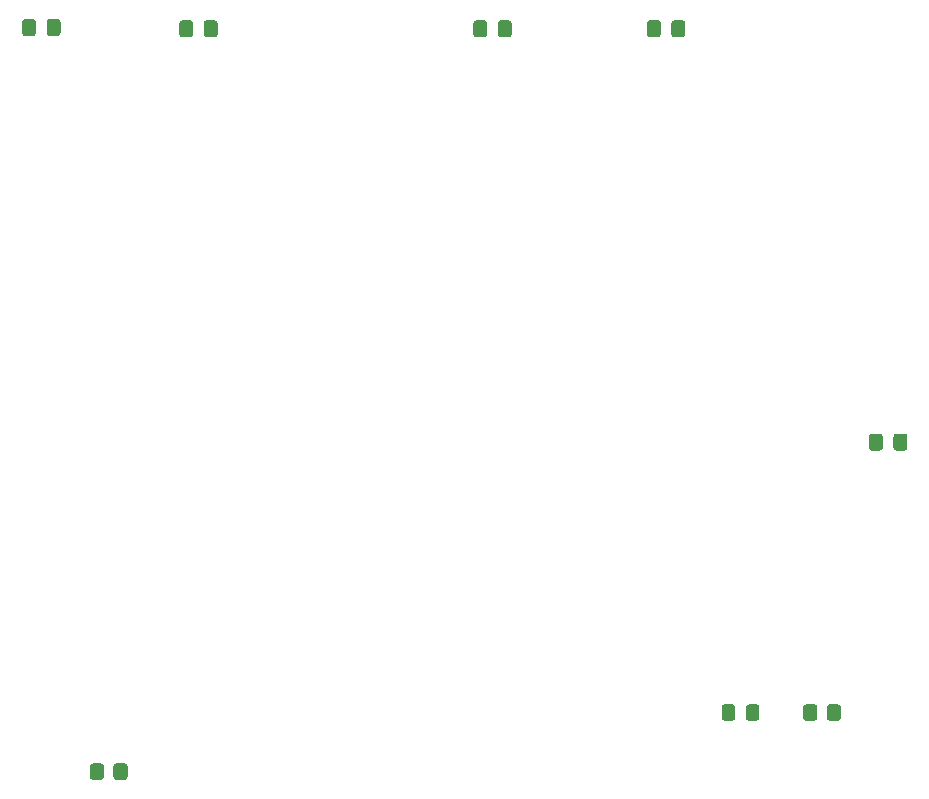
<source format=gtp>
G04 #@! TF.GenerationSoftware,KiCad,Pcbnew,(5.1.9)-1*
G04 #@! TF.CreationDate,2021-10-03T23:58:30-04:00*
G04 #@! TF.ProjectId,loader,6c6f6164-6572-42e6-9b69-6361645f7063,1.0*
G04 #@! TF.SameCoordinates,Original*
G04 #@! TF.FileFunction,Paste,Top*
G04 #@! TF.FilePolarity,Positive*
%FSLAX46Y46*%
G04 Gerber Fmt 4.6, Leading zero omitted, Abs format (unit mm)*
G04 Created by KiCad (PCBNEW (5.1.9)-1) date 2021-10-03 23:58:30*
%MOMM*%
%LPD*%
G01*
G04 APERTURE LIST*
G04 APERTURE END LIST*
G36*
G01*
X161150000Y-53425000D02*
X161150000Y-54375000D01*
G75*
G02*
X160900000Y-54625000I-250000J0D01*
G01*
X160225000Y-54625000D01*
G75*
G02*
X159975000Y-54375000I0J250000D01*
G01*
X159975000Y-53425000D01*
G75*
G02*
X160225000Y-53175000I250000J0D01*
G01*
X160900000Y-53175000D01*
G75*
G02*
X161150000Y-53425000I0J-250000D01*
G01*
G37*
G36*
G01*
X163225000Y-53425000D02*
X163225000Y-54375000D01*
G75*
G02*
X162975000Y-54625000I-250000J0D01*
G01*
X162300000Y-54625000D01*
G75*
G02*
X162050000Y-54375000I0J250000D01*
G01*
X162050000Y-53425000D01*
G75*
G02*
X162300000Y-53175000I250000J0D01*
G01*
X162975000Y-53175000D01*
G75*
G02*
X163225000Y-53425000I0J-250000D01*
G01*
G37*
G36*
G01*
X146450000Y-53425000D02*
X146450000Y-54375000D01*
G75*
G02*
X146200000Y-54625000I-250000J0D01*
G01*
X145525000Y-54625000D01*
G75*
G02*
X145275000Y-54375000I0J250000D01*
G01*
X145275000Y-53425000D01*
G75*
G02*
X145525000Y-53175000I250000J0D01*
G01*
X146200000Y-53175000D01*
G75*
G02*
X146450000Y-53425000I0J-250000D01*
G01*
G37*
G36*
G01*
X148525000Y-53425000D02*
X148525000Y-54375000D01*
G75*
G02*
X148275000Y-54625000I-250000J0D01*
G01*
X147600000Y-54625000D01*
G75*
G02*
X147350000Y-54375000I0J250000D01*
G01*
X147350000Y-53425000D01*
G75*
G02*
X147600000Y-53175000I250000J0D01*
G01*
X148275000Y-53175000D01*
G75*
G02*
X148525000Y-53425000I0J-250000D01*
G01*
G37*
G36*
G01*
X114000000Y-116349999D02*
X114000000Y-117250001D01*
G75*
G02*
X113750001Y-117500000I-249999J0D01*
G01*
X113049999Y-117500000D01*
G75*
G02*
X112800000Y-117250001I0J249999D01*
G01*
X112800000Y-116349999D01*
G75*
G02*
X113049999Y-116100000I249999J0D01*
G01*
X113750001Y-116100000D01*
G75*
G02*
X114000000Y-116349999I0J-249999D01*
G01*
G37*
G36*
G01*
X116000000Y-116349999D02*
X116000000Y-117250001D01*
G75*
G02*
X115750001Y-117500000I-249999J0D01*
G01*
X115049999Y-117500000D01*
G75*
G02*
X114800000Y-117250001I0J249999D01*
G01*
X114800000Y-116349999D01*
G75*
G02*
X115049999Y-116100000I249999J0D01*
G01*
X115750001Y-116100000D01*
G75*
G02*
X116000000Y-116349999I0J-249999D01*
G01*
G37*
G36*
G01*
X179950000Y-88425000D02*
X179950000Y-89375000D01*
G75*
G02*
X179700000Y-89625000I-250000J0D01*
G01*
X179025000Y-89625000D01*
G75*
G02*
X178775000Y-89375000I0J250000D01*
G01*
X178775000Y-88425000D01*
G75*
G02*
X179025000Y-88175000I250000J0D01*
G01*
X179700000Y-88175000D01*
G75*
G02*
X179950000Y-88425000I0J-250000D01*
G01*
G37*
G36*
G01*
X182025000Y-88425000D02*
X182025000Y-89375000D01*
G75*
G02*
X181775000Y-89625000I-250000J0D01*
G01*
X181100000Y-89625000D01*
G75*
G02*
X180850000Y-89375000I0J250000D01*
G01*
X180850000Y-88425000D01*
G75*
G02*
X181100000Y-88175000I250000J0D01*
G01*
X181775000Y-88175000D01*
G75*
G02*
X182025000Y-88425000I0J-250000D01*
G01*
G37*
G36*
G01*
X174400000Y-111349999D02*
X174400000Y-112250001D01*
G75*
G02*
X174150001Y-112500000I-249999J0D01*
G01*
X173449999Y-112500000D01*
G75*
G02*
X173200000Y-112250001I0J249999D01*
G01*
X173200000Y-111349999D01*
G75*
G02*
X173449999Y-111100000I249999J0D01*
G01*
X174150001Y-111100000D01*
G75*
G02*
X174400000Y-111349999I0J-249999D01*
G01*
G37*
G36*
G01*
X176400000Y-111349999D02*
X176400000Y-112250001D01*
G75*
G02*
X176150001Y-112500000I-249999J0D01*
G01*
X175449999Y-112500000D01*
G75*
G02*
X175200000Y-112250001I0J249999D01*
G01*
X175200000Y-111349999D01*
G75*
G02*
X175449999Y-111100000I249999J0D01*
G01*
X176150001Y-111100000D01*
G75*
G02*
X176400000Y-111349999I0J-249999D01*
G01*
G37*
G36*
G01*
X168350000Y-112250001D02*
X168350000Y-111349999D01*
G75*
G02*
X168599999Y-111100000I249999J0D01*
G01*
X169250001Y-111100000D01*
G75*
G02*
X169500000Y-111349999I0J-249999D01*
G01*
X169500000Y-112250001D01*
G75*
G02*
X169250001Y-112500000I-249999J0D01*
G01*
X168599999Y-112500000D01*
G75*
G02*
X168350000Y-112250001I0J249999D01*
G01*
G37*
G36*
G01*
X166300000Y-112250001D02*
X166300000Y-111349999D01*
G75*
G02*
X166549999Y-111100000I249999J0D01*
G01*
X167200001Y-111100000D01*
G75*
G02*
X167450000Y-111349999I0J-249999D01*
G01*
X167450000Y-112250001D01*
G75*
G02*
X167200001Y-112500000I-249999J0D01*
G01*
X166549999Y-112500000D01*
G75*
G02*
X166300000Y-112250001I0J249999D01*
G01*
G37*
G36*
G01*
X121550000Y-53425000D02*
X121550000Y-54375000D01*
G75*
G02*
X121300000Y-54625000I-250000J0D01*
G01*
X120625000Y-54625000D01*
G75*
G02*
X120375000Y-54375000I0J250000D01*
G01*
X120375000Y-53425000D01*
G75*
G02*
X120625000Y-53175000I250000J0D01*
G01*
X121300000Y-53175000D01*
G75*
G02*
X121550000Y-53425000I0J-250000D01*
G01*
G37*
G36*
G01*
X123625000Y-53425000D02*
X123625000Y-54375000D01*
G75*
G02*
X123375000Y-54625000I-250000J0D01*
G01*
X122700000Y-54625000D01*
G75*
G02*
X122450000Y-54375000I0J250000D01*
G01*
X122450000Y-53425000D01*
G75*
G02*
X122700000Y-53175000I250000J0D01*
G01*
X123375000Y-53175000D01*
G75*
G02*
X123625000Y-53425000I0J-250000D01*
G01*
G37*
G36*
G01*
X108250000Y-53325000D02*
X108250000Y-54275000D01*
G75*
G02*
X108000000Y-54525000I-250000J0D01*
G01*
X107325000Y-54525000D01*
G75*
G02*
X107075000Y-54275000I0J250000D01*
G01*
X107075000Y-53325000D01*
G75*
G02*
X107325000Y-53075000I250000J0D01*
G01*
X108000000Y-53075000D01*
G75*
G02*
X108250000Y-53325000I0J-250000D01*
G01*
G37*
G36*
G01*
X110325000Y-53325000D02*
X110325000Y-54275000D01*
G75*
G02*
X110075000Y-54525000I-250000J0D01*
G01*
X109400000Y-54525000D01*
G75*
G02*
X109150000Y-54275000I0J250000D01*
G01*
X109150000Y-53325000D01*
G75*
G02*
X109400000Y-53075000I250000J0D01*
G01*
X110075000Y-53075000D01*
G75*
G02*
X110325000Y-53325000I0J-250000D01*
G01*
G37*
M02*

</source>
